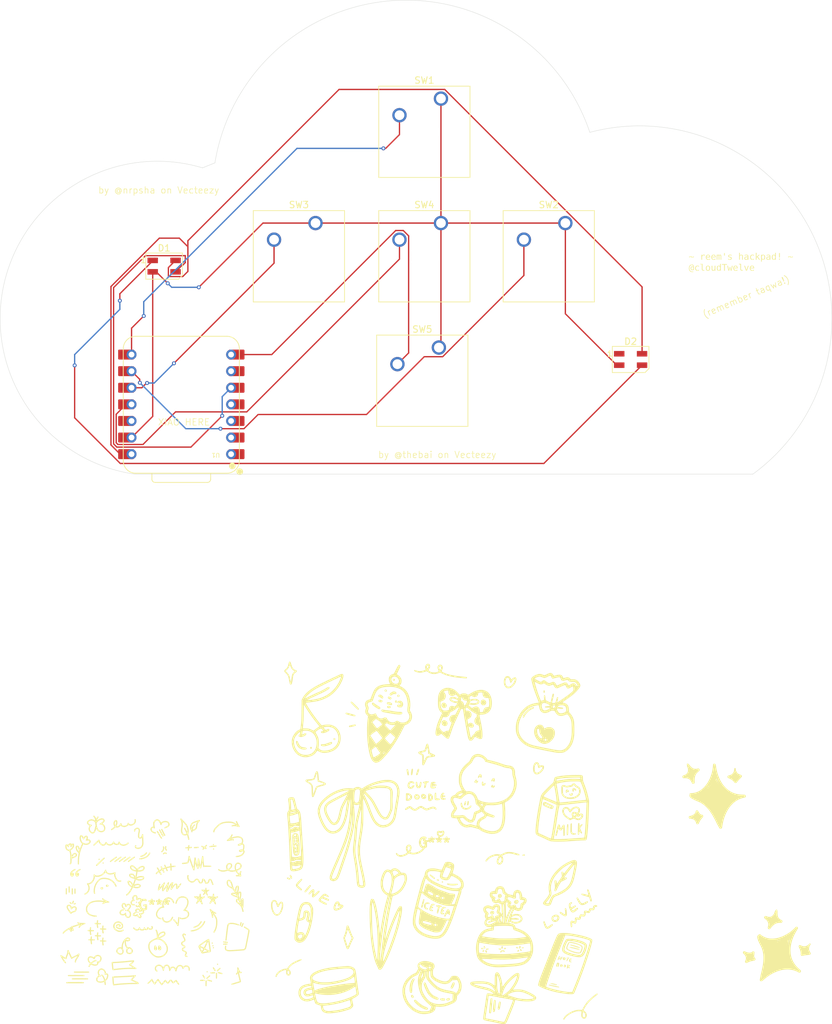
<source format=kicad_pcb>
(kicad_pcb (version 20241229) (generator "pcbnew") (generator_version "9.0")
  (layers (0 "F.Cu" signal) (2 "B.Cu" signal) (13 "F.Paste" user) (15 "B.Paste" user) (5 "F.SilkS" user "F.Silkscreen") (7 "B.SilkS" user "B.Silkscreen") (1 "F.Mask" user) (3 "B.Mask" user) (25 "Edge.Cuts" user))
  (net 0 "")
  (net 1 "GND")
  (net 2 "Net-(D1-DIN)")
  (net 3 "Net-(D1-DOUT)")
  (net 4 "+5V")
  (net 6 "Net-(U1-GPIO1{slash}RX)")
  (net 7 "Net-(U1-GPIO2{slash}SCK)")
  (net 8 "Net-(U1-GPIO4{slash}MISO)")
  (net 9 "Net-(U1-GPIO3{slash}MOSI)")
  (net 10 "Net-(U1-GPIO0{slash}TX)")
  (footprint "Button_Switch_Keyboard:SW_Cherry_MX_1.00u_PCB" (layer "F.Cu") (at 85.725 56.8325)
    (property "Reference" "SW3" (at -2.54 -2.794 0) (layer "F.SilkS"))
    (property "Value" "SW_Push")
    (pad "" np_thru_hole circle (at -7.62 5.08) (size 1.7 1.7) (drill 1.7) (layers "*.Cu" "*.Mask"))
    (pad "" np_thru_hole circle (at -2.54 5.08) (size 4 4) (drill 4) (layers "*.Cu" "*.Mask"))
    (pad "" np_thru_hole circle (at 2.54 5.08) (size 1.7 1.7) (drill 1.7) (layers "*.Cu" "*.Mask"))
    (pad "1" thru_hole circle (at 0 0) (size 2.2 2.2) (drill 1.5) (layers "*.Cu" "*.Mask") (net 1 "GND"))
    (pad "2" thru_hole circle (at -6.35 2.54) (size 2.2 2.2) (drill 1.5) (layers "*.Cu" "*.Mask") (net 8 "Net-(U1-GPIO4{slash}MISO)"))
  )
  (footprint "LOGO" (layer "F.Cu") (at 103.899302 151.681125)
    (property "Reference" "G***" (at 0 0 0) (layer "F.SilkS") (effects (font (size 1.5 1.5) (thickness 0.3))))
    (property "Value" "LOGO" (hide yes))
  )
  (footprint "Button_Switch_Keyboard:SW_Cherry_MX_1.00u_PCB" (layer "F.Cu") (at 104.93375 56.8325)
    (property "Reference" "SW4" (at -2.54 -2.794 0) (layer "F.SilkS"))
    (property "Value" "SW_Push")
    (pad "" np_thru_hole circle (at -7.62 5.08) (size 1.7 1.7) (drill 1.7) (layers "*.Cu" "*.Mask"))
    (pad "" np_thru_hole circle (at -2.54 5.08) (size 4 4) (drill 4) (layers "*.Cu" "*.Mask"))
    (pad "" np_thru_hole circle (at 2.54 5.08) (size 1.7 1.7) (drill 1.7) (layers "*.Cu" "*.Mask"))
    (pad "1" thru_hole circle (at 0 0) (size 2.2 2.2) (drill 1.5) (layers "*.Cu" "*.Mask") (net 1 "GND"))
    (pad "2" thru_hole circle (at -6.35 2.54) (size 2.2 2.2) (drill 1.5) (layers "*.Cu" "*.Mask") (net 9 "Net-(U1-GPIO3{slash}MOSI)"))
  )
  (footprint "LOGO" (layer "F.Cu") (at 61.036802 161.206125)
    (property "Reference" "G***" (at 0 0 0) (layer "F.SilkS") (effects (font (size 1.5 1.5) (thickness 0.3))))
    (property "Value" "LOGO" (hide yes))
  )
  (footprint "Seeed Studio XIAO Series Library:XIAO-RP2040-DIP" (layer "F.Cu") (at 65.175 84.575 180)
    (property "Reference" "U1" (at -5.275 -7.785 180) (layer "F.SilkS") (effects (font (size 0.635 0.635) (thickness 0.1016))))
    (property "Value" "XIAO-RP2040-DIP")
    (pad "1" smd roundrect (at -8.455 -7.62) (size 2.432 1.524) (layers "F.Cu" "F.Mask") (roundrect_rratio 0.1))
    (pad "1" thru_hole circle (at -7.62 -7.62) (size 1.524 1.524) (drill 0.889) (layers "*.Cu" "*.Mask"))
    (pad "2" smd roundrect (at -8.455 -5.08) (size 2.432 1.524) (layers "F.Cu" "F.Mask") (roundrect_rratio 0.1))
    (pad "2" thru_hole circle (at -7.62 -5.08) (size 1.524 1.524) (drill 0.889) (layers "*.Cu" "*.Mask"))
    (pad "3" smd roundrect (at -8.455 -2.54) (size 2.432 1.524) (layers "F.Cu" "F.Mask") (roundrect_rratio 0.1))
    (pad "3" thru_hole circle (at -7.62 -2.54) (size 1.524 1.524) (drill 0.889) (layers "*.Cu" "*.Mask"))
    (pad "4" smd roundrect (at -8.455 0) (size 2.432 1.524) (layers "F.Cu" "F.Mask") (roundrect_rratio 0.1))
    (pad "4" thru_hole circle (at -7.62 0) (size 1.524 1.524) (drill 0.889) (layers "*.Cu" "*.Mask"))
    (pad "5" smd roundrect (at -8.455 2.54) (size 2.432 1.524) (layers "F.Cu" "F.Mask") (roundrect_rratio 0.1) (net 2 "Net-(D1-DIN)"))
    (pad "5" thru_hole circle (at -7.62 2.54) (size 1.524 1.524) (drill 0.889) (layers "*.Cu" "*.Mask") (net 2 "Net-(D1-DIN)"))
    (pad "6" smd roundrect (at -8.455 5.08) (size 2.432 1.524) (layers "F.Cu" "F.Mask") (roundrect_rratio 0.1))
    (pad "6" thru_hole circle (at -7.62 5.08) (size 1.524 1.524) (drill 0.889) (layers "*.Cu" "*.Mask"))
    (pad "7" smd roundrect (at -8.455 7.62) (size 2.432 1.524) (layers "F.Cu" "F.Mask") (roundrect_rratio 0.1) (net 10 "Net-(U1-GPIO0{slash}TX)"))
    (pad "7" thru_hole circle (at -7.62 7.62) (size 1.524 1.524) (drill 0.889) (layers "*.Cu" "*.Mask") (net 10 "Net-(U1-GPIO0{slash}TX)"))
    (pad "8" thru_hole circle (at 7.62 7.62 180) (size 1.524 1.524) (drill 0.889) (layers "*.Cu" "*.Mask") (net 6 "Net-(U1-GPIO1{slash}RX)"))
    (pad "8" smd roundrect (at 8.455 7.62 180) (size 2.432 1.524) (layers "F.Cu" "F.Mask") (roundrect_rratio 0.1) (net 6 "Net-(U1-GPIO1{slash}RX)"))
    (pad "9" thru_hole circle (at 7.62 5.08 180) (size 1.524 1.524) (drill 0.889) (layers "*.Cu" "*.Mask") (net 7 "Net-(U1-GPIO2{slash}SCK)"))
    (pad "9" smd roundrect (at 8.455 5.08 180) (size 2.432 1.524) (layers "F.Cu" "F.Mask") (roundrect_rratio 0.1) (net 7 "Net-(U1-GPIO2{slash}SCK)"))
    (pad "10" thru_hole circle (at 7.62 2.54 180) (size 1.524 1.524) (drill 0.889) (layers "*.Cu" "*.Mask") (net 8 "Net-(U1-GPIO4{slash}MISO)"))
    (pad "10" smd roundrect (at 8.455 2.54 180) (size 2.432 1.524) (layers "F.Cu" "F.Mask") (roundrect_rratio 0.1) (net 8 "Net-(U1-GPIO4{slash}MISO)"))
    (pad "11" thru_hole circle (at 7.62 0 180) (size 1.524 1.524) (drill 0.889) (layers "*.Cu" "*.Mask") (net 9 "Net-(U1-GPIO3{slash}MOSI)"))
    (pad "11" smd roundrect (at 8.455 0 180) (size 2.432 1.524) (layers "F.Cu" "F.Mask") (roundrect_rratio 0.1) (net 9 "Net-(U1-GPIO3{slash}MOSI)"))
    (pad "12" thru_hole circle (at 7.62 -2.54 180) (size 1.524 1.524) (drill 0.889) (layers "*.Cu" "*.Mask"))
    (pad "12" smd roundrect (at 8.455 -2.54 180) (size 2.432 1.524) (layers "F.Cu" "F.Mask") (roundrect_rratio 0.1))
    (pad "13" thru_hole circle (at 7.62 -5.08 180) (size 1.524 1.524) (drill 0.889) (layers "*.Cu" "*.Mask") (net 1 "GND"))
    (pad "13" smd roundrect (at 8.455 -5.08 180) (size 2.432 1.524) (layers "F.Cu" "F.Mask") (roundrect_rratio 0.1) (net 1 "GND"))
    (pad "14" thru_hole circle (at 7.62 -7.62 180) (size 1.524 1.524) (drill 0.889) (layers "*.Cu" "*.Mask") (net 4 "+5V"))
    (pad "14" smd roundrect (at 8.455 -7.62 180) (size 2.432 1.524) (layers "F.Cu" "F.Mask") (roundrect_rratio 0.1) (net 4 "+5V"))
  )
  (footprint "LOGO" (layer "F.Cu") (at 146.761802 144.537375)
    (property "Reference" "!!" (at 0 0 23) (layer "F.SilkS") (effects (font (size 1.5 1.5) (thickness 0.3))))
    (property "Value" "LOGO" (hide yes))
  )
  (footprint "Button_Switch_Keyboard:SW_Cherry_MX_1.00u_PCB" (layer "F.Cu") (at 123.98375 56.8325)
    (property "Reference" "SW2" (at -2.54 -2.794 0) (layer "F.SilkS"))
    (property "Value" "SW_Push")
    (pad "" np_thru_hole circle (at -7.62 5.08) (size 1.7 1.7) (drill 1.7) (layers "*.Cu" "*.Mask"))
    (pad "" np_thru_hole circle (at -2.54 5.08) (size 4 4) (drill 4) (layers "*.Cu" "*.Mask"))
    (pad "" np_thru_hole circle (at 2.54 5.08) (size 1.7 1.7) (drill 1.7) (layers "*.Cu" "*.Mask"))
    (pad "1" thru_hole circle (at 0 0) (size 2.2 2.2) (drill 1.5) (layers "*.Cu" "*.Mask") (net 1 "GND"))
    (pad "2" thru_hole circle (at -6.35 2.54) (size 2.2 2.2) (drill 1.5) (layers "*.Cu" "*.Mask") (net 7 "Net-(U1-GPIO2{slash}SCK)"))
  )
  (footprint "LOGO" (layer "F.Cu") (at 156.286802 168.349875 -40)
    (property "Reference" "!!" (at 0 0 10) (layer "F.SilkS") (effects (font (thickness 0.25))))
    (property "Value" "LOGO" (hide yes))
  )
  (footprint "Button_Switch_Keyboard:SW_Cherry_MX_2.75u_PCB" (layer "F.Cu") (at 104.61625 75.8825)
    (property "Reference" "SW5" (at -2.54 -2.794 0) (layer "F.SilkS"))
    (property "Value" "SW_Push")
    (pad "" np_thru_hole circle (at -14.44 -1.92) (size 3.05 3.05) (drill 3.05) (layers "*.Cu" "*.Mask"))
    (pad "" np_thru_hole circle (at -14.44 13.32) (size 4 4) (drill 4) (layers "*.Cu" "*.Mask"))
    (pad "" np_thru_hole circle (at -7.62 5.08) (size 1.7 1.7) (drill 1.7) (layers "*.Cu" "*.Mask"))
    (pad "" np_thru_hole circle (at -2.54 5.08) (size 4 4) (drill 4) (layers "*.Cu" "*.Mask"))
    (pad "" np_thru_hole circle (at 2.54 5.08) (size 1.7 1.7) (drill 1.7) (layers "*.Cu" "*.Mask"))
    (pad "" np_thru_hole circle (at 9.36 -1.92) (size 3.05 3.05) (drill 3.05) (layers "*.Cu" "*.Mask"))
    (pad "" np_thru_hole circle (at 9.36 13.32) (size 4 4) (drill 4) (layers "*.Cu" "*.Mask"))
    (pad "1" thru_hole circle (at 0 0) (size 2.2 2.2) (drill 1.5) (layers "*.Cu" "*.Mask") (net 1 "GND"))
    (pad "2" thru_hole circle (at -6.35 2.54) (size 2.2 2.2) (drill 1.5) (layers "*.Cu" "*.Mask") (net 10 "Net-(U1-GPIO0{slash}TX)"))
  )
  (footprint "Button_Switch_Keyboard:SW_Cherry_MX_1.00u_PCB" (layer "F.Cu") (at 104.93375 37.7825)
    (property "Reference" "SW1" (at -2.54 -2.794 0) (layer "F.SilkS"))
    (property "Value" "SW_Push")
    (pad "" np_thru_hole circle (at -7.62 5.08) (size 1.7 1.7) (drill 1.7) (layers "*.Cu" "*.Mask"))
    (pad "" np_thru_hole circle (at -2.54 5.08) (size 4 4) (drill 4) (layers "*.Cu" "*.Mask"))
    (pad "" np_thru_hole circle (at 2.54 5.08) (size 1.7 1.7) (drill 1.7) (layers "*.Cu" "*.Mask"))
    (pad "1" thru_hole circle (at 0 0) (size 2.2 2.2) (drill 1.5) (layers "*.Cu" "*.Mask") (net 1 "GND"))
    (pad "2" thru_hole circle (at -6.35 2.54) (size 2.2 2.2) (drill 1.5) (layers "*.Cu" "*.Mask") (net 6 "Net-(U1-GPIO1{slash}RX)"))
  )
  (footprint "LED_SMD:LED_SK6812MINI_PLCC4_3.5x3.5mm_P1.75mm" (layer "F.Cu") (at 133.98125 77.70625)
    (property "Reference" "D2" (at 0 -2.75 0) (layer "F.SilkS"))
    (property "Value" "SK6812MINI")
    (fp_text user "1" (at -3.2 -0.875 0) (layer "F.SilkS") (effects (font (size 0.8 0.8))))
    (pad "1" smd rect (at -1.75 -0.875) (size 1.6 0.85) (layers "F.Cu" "F.Mask" "F.Paste"))
    (pad "2" smd rect (at -1.75 0.875) (size 1.6 0.85) (layers "F.Cu" "F.Mask" "F.Paste") (net 1 "GND"))
    (pad "3" smd rect (at 1.75 0.875) (size 1.6 0.85) (layers "F.Cu" "F.Mask" "F.Paste") (net 3 "Net-(D1-DOUT)"))
    (pad "4" smd rect (at 1.75 -0.875) (size 1.6 0.85) (layers "F.Cu" "F.Mask" "F.Paste") (net 4 "+5V"))
  )
  (footprint "LED_SMD:LED_SK6812MINI_PLCC4_3.5x3.5mm_P1.75mm" (layer "F.Cu") (at 62.54375 63.41875)
    (property "Reference" "D1" (at 0 -2.75 0) (layer "F.SilkS"))
    (property "Value" "SK6812MINI")
    (fp_text user "1" (at -3.2 -0.875 0) (layer "F.SilkS") (effects (font (size 0.8 0.8))))
    (pad "1" smd rect (at -1.75 -0.875) (size 1.6 0.85) (layers "F.Cu" "F.Mask" "F.Paste") (net 3 "Net-(D1-DOUT)"))
    (pad "2" smd rect (at -1.75 0.875) (size 1.6 0.85) (layers "F.Cu" "F.Mask" "F.Paste") (net 1 "GND"))
    (pad "3" smd rect (at 1.75 0.875) (size 1.6 0.85) (layers "F.Cu" "F.Mask" "F.Paste") (net 2 "Net-(D1-DIN)"))
    (pad "4" smd rect (at 1.75 -0.875) (size 1.6 0.85) (layers "F.Cu" "F.Mask" "F.Paste") (net 4 "+5V"))
  )
  (gr_line (start 70.320887 47.616031) (end 68.419027 48.383806) (stroke (width 0.05)) (layer "Edge.Cuts"))
  (gr_line (start 58.000013 95.25) (end 152.701089 95.250001) (stroke (width 0.05)) (layer "Edge.Cuts"))
  (gr_arc (start 127.730578 42.951455) (mid 161.925 58.735449) (end 152.701089 95.25) (stroke (width 0.05)) (layer "Edge.Cuts"))
  (gr_arc (start 58 95.249999) (mid 38.007758 66.21419) (end 68.419027 48.383805) (stroke (width 0.05)) (layer "Edge.Cuts"))
  (gr_arc (start 70.320887 47.616031) (mid 97.200271 22.816713) (end 127.730577 42.951455) (stroke (width 0.05)) (layer "Edge.Cuts"))
  (gr_text "by @thebai on Vecteezy" (at 95.25 92.86875 0) (layer "F.SilkS") (effects (font (size 1 1) (thickness 0.1)) (justify left bottom)))
  (gr_text "~ reem's hackpad! ~\n@cloudTwelve" (at 142.875 64.29375 0) (layer "F.SilkS") (effects (font (size 1 1) (thickness 0.1)) (justify left bottom)))
  (gr_text "XIAO HERE" (at 61.54 87.88 0) (layer "F.SilkS") (effects (font (size 1 1) (thickness 0.1)) (justify left bottom)))
  (gr_text "by @nrpsha on Vecteezy" (at 52.3875 52.3875 0) (layer "F.SilkS") (effects (font (size 1 1) (thickness 0.1)) (justify left bottom)))
  (gr_text "(remember taqwa!)" (at 145.25625 71.4375 23) (layer "F.SilkS") (effects (font (size 1 1) (thickness 0.1)) (justify left bottom)))
  (segment (start 85.725 56.8325) (end 104.93375 56.8325) (width 0.2) (layer "F.Cu") (net 1))
  (segment (start 85.725 56.8325) (end 77.6775 56.8325) (width 0.2) (layer "F.Cu") (net 1))
  (segment (start 77.6775 56.8325) (end 67.85 66.66) (width 0.2) (layer "F.Cu") (net 1))
  (segment (start 60.79375 86.41625) (end 57.555 89.655) (width 0.2) (layer "F.Cu") (net 1))
  (segment (start 104.93375 75.565) (end 104.61625 75.8825) (width 0.2) (layer "F.Cu") (net 1))
  (segment (start 61.33375 64.29375) (end 60.79375 64.29375) (width 0.2) (layer "F.Cu") (net 1))
  (segment (start 123.98375 56.8325) (end 104.93375 56.8325) (width 0.2) (layer "F.Cu") (net 1))
  (segment (start 63.09 66.05) (end 61.33375 64.29375) (width 0.2) (layer "F.Cu") (net 1))
  (segment (start 123.98375 70.70875) (end 123.98375 56.8325) (width 0.2) (layer "F.Cu") (net 1))
  (segment (start 131.85625 78.58125) (end 123.98375 70.70875) (width 0.2) (layer "F.Cu") (net 1))
  (segment (start 60.79375 64.29375) (end 60.79375 86.41625) (width 0.2) (layer "F.Cu") (net 1))
  (segment (start 104.93375 56.8325) (end 104.93375 75.565) (width 0.2) (layer "F.Cu") (net 1))
  (segment (start 104.93375 56.8325) (end 104.93375 37.7825) (width 0.2) (layer "F.Cu") (net 1))
  (segment (start 132.23125 78.58125) (end 131.85625 78.58125) (width 0.2) (layer "F.Cu") (net 1))
  (via (at 67.85 66.66) (size 0.6) (drill 0.3) (layers "F.Cu" "B.Cu") (net 1))
  (via (at 63.09 66.05) (size 0.6) (drill 0.3) (layers "F.Cu" "B.Cu") (net 1))
  (segment (start 63.7 66.66) (end 63.09 66.05) (width 0.2) (layer "B.Cu") (net 1))
  (segment (start 67.85 66.66) (end 63.7 66.66) (width 0.2) (layer "B.Cu") (net 1))
  (segment (start 59.69375 61.81875) (end 54.804 66.7085) (width 0.2) (layer "F.Cu") (net 2))
  (segment (start 65.39375 63.26875) (end 65.78125 62.88125) (width 0.2) (layer "F.Cu") (net 2))
  (segment (start 65.78125 61.81875) (end 59.69375 61.81875) (width 0.2) (layer "F.Cu") (net 2))
  (segment (start 65.78125 62.88125) (end 65.78125 61.81875) (width 0.2) (layer "F.Cu") (net 2))
  (segment (start 66.6455 91.117) (end 71.4375 86.325) (width 0.2) (layer "F.Cu") (net 2))
  (segment (start 54.804 90.6219) (end 55.2991 91.117) (width 0.2) (layer "F.Cu") (net 2))
  (segment (start 55.2991 91.117) (end 66.6455 91.117) (width 0.2) (layer "F.Cu") (net 2))
  (segment (start 64.29375 64.29375) (end 65.31875 63.26875) (width 0.2) (layer "F.Cu") (net 2))
  (segment (start 54.804 66.7085) (end 54.804 90.6219) (width 0.2) (layer "F.Cu") (net 2))
  (segment (start 65.31875 63.26875) (end 65.39375 63.26875) (width 0.2) (layer "F.Cu") (net 2))
  (via (at 71.4375 86.325) (size 0.6) (drill 0.3) (layers "F.Cu" "B.Cu") (net 2))
  (segment (start 71.4375 86.325) (end 71.4375 83.3925) (width 0.2) (layer "B.Cu") (net 2))
  (segment (start 71.4375 83.3925) (end 72.795 82.035) (width 0.2) (layer "B.Cu") (net 2))
  (segment (start 120.6925 93.62) (end 55.826374 93.62) (width 0.2) (layer "F.Cu") (net 3))
  (segment (start 48.84 86.633626) (end 48.84 78.61) (width 0.2) (layer "F.Cu") (net 3))
  (segment (start 60.79375 62.61875) (end 56.29625 67.11625) (width 0.2) (layer "F.Cu") (net 3))
  (segment (start 60.79375 62.54375) (end 61.11875 62.21875) (width 0.2) (layer "F.Cu") (net 3))
  (segment (start 55.826374 93.62) (end 48.84 86.633626) (width 0.2) (layer "F.Cu") (net 3))
  (segment (start 60.79375 62.54375) (end 60.79375 62.61875) (width 0.2) (layer "F.Cu") (net 3))
  (segment (start 135.73125 78.58125) (end 120.6925 93.62) (width 0.2) (layer "F.Cu") (net 3))
  (segment (start 55.76 67.6525) (end 56.29625 67.11625) (width 0.2) (layer "F.Cu") (net 3))
  (segment (start 55.76 68.71) (end 55.76 67.6525) (width 0.2) (layer "F.Cu") (net 3))
  (via (at 48.84 78.61) (size 0.6) (drill 0.3) (layers "F.Cu" "B.Cu") (net 3))
  (via (at 55.76 68.71) (size 0.6) (drill 0.3) (layers "F.Cu" "B.Cu") (net 3))
  (segment (start 55.76 70.04) (end 55.76 68.71) (width 0.2) (layer "B.Cu") (net 3))
  (segment (start 48.84 78.61) (end 48.84 76.96) (width 0.2) (layer "B.Cu") (net 3))
  (segment (start 48.84 76.96) (end 55.76 70.04) (width 0.2) (layer "B.Cu") (net 3))
  (segment (start 54.403 90.788) (end 54.403 66.5424) (width 0.2) (layer "F.Cu") (net 4))
  (segment (start 63.19375 65.01875) (end 63.19375 63.64375) (width 0.2) (layer "F.Cu") (net 4))
  (segment (start 55.81 92.195) (end 54.403 90.788) (width 0.2) (layer "F.Cu") (net 4))
  (segment (start 54.403 66.5424) (end 61.8054 59.14) (width 0.2) (layer "F.Cu") (net 4))
  (segment (start 66.18125 59.53125) (end 66.18125 60.45) (width 0.2) (layer "F.Cu") (net 4))
  (segment (start 61.8054 59.14) (end 64.87125 59.14) (width 0.2) (layer "F.Cu") (net 4))
  (segment (start 65.39375 65.01875) (end 63.19375 65.01875) (width 0.2) (layer "F.Cu") (net 4))
  (segment (start 105.513649 36.3825) (end 89.33 36.3825) (width 0.2) (layer "F.Cu") (net 4))
  (segment (start 66.18125 64.23125) (end 65.39375 65.01875) (width 0.2) (layer "F.Cu") (net 4))
  (segment (start 89.33 36.3825) (end 66.18125 59.53125) (width 0.2) (layer "F.Cu") (net 4))
  (segment (start 57.555 92.195) (end 55.81 92.195) (width 0.2) (layer "F.Cu") (net 4))
  (segment (start 66.18125 60.45) (end 66.18125 64.23125) (width 0.2) (layer "F.Cu") (net 4))
  (segment (start 135.73125 66.600101) (end 105.513649 36.3825) (width 0.2) (layer "F.Cu") (net 4))
  (segment (start 135.73125 76.83125) (end 135.73125 66.600101) (width 0.2) (layer "F.Cu") (net 4))
  (segment (start 64.87125 59.14) (end 66.18125 60.45) (width 0.2) (layer "F.Cu") (net 4))
  (segment (start 63.19375 63.64375) (end 64.29375 62.54375) (width 0.2) (layer "F.Cu") (net 4))
  (segment (start 57.555 76.955) (end 57.555 72.915) (width 0.2) (layer "F.Cu") (net 6))
  (segment (start 98.58375 43.29097) (end 98.58375 40.3225) (width 0.2) (layer "F.Cu") (net 6))
  (segment (start 57.555 72.915) (end 59.42 71.05) (width 0.2) (layer "F.Cu") (net 6))
  (segment (start 96.47472 45.4) (end 98.58375 43.29097) (width 0.2) (layer "F.Cu") (net 6))
  (segment (start 96.12 45.4) (end 96.47472 45.4) (width 0.2) (layer "F.Cu") (net 6))
  (via (at 59.42 71.05) (size 0.6) (drill 0.3) (layers "F.Cu" "B.Cu") (net 6))
  (via (at 96.12 45.4) (size 0.6) (drill 0.3) (layers "F.Cu" "B.Cu") (net 6))
  (segment (start 59.42 71.05) (end 59.42 68.870057) (width 0.2) (layer "B.Cu") (net 6))
  (segment (start 59.42 68.870057) (end 82.890057 45.4) (width 0.2) (layer "B.Cu") (net 6))
  (segment (start 82.890057 45.4) (end 96.12 45.4) (width 0.2) (layer "B.Cu") (net 6))
  (segment (start 58.8 81.24) (end 58.8 80.74) (width 0.2) (layer "F.Cu") (net 7))
  (segment (start 102.37372 77.2835) (end 93.53122 86.126) (width 0.2) (layer "F.Cu") (net 7))
  (segment (start 105.196564 77.2835) (end 102.37372 77.2835) (width 0.2) (layer "F.Cu") (net 7))
  (segment (start 58.8 80.74) (end 57.555 79.495) (width 0.2) (layer "F.Cu") (net 7))
  (segment (start 93.53122 86.126) (end 76.937626 86.126) (width 0.2) (layer "F.Cu") (net 7))
  (segment (start 76.937626 86.126) (end 74.763626 88.3) (width 0.2) (layer "F.Cu") (net 7))
  (segment (start 117.63375 59.3725) (end 117.63375 64.846314) (width 0.2) (layer "F.Cu") (net 7))
  (segment (start 74.763626 88.3) (end 71.17 88.3) (width 0.2) (layer "F.Cu") (net 7))
  (segment (start 117.63375 64.846314) (end 105.196564 77.2835) (width 0.2) (layer "F.Cu") (net 7))
  (segment (start 58.83 81.27) (end 58.8 81.24) (width 0.2) (layer "F.Cu") (net 7))
  (via (at 58.83 81.27) (size 0.6) (drill 0.3) (layers "F.Cu" "B.Cu") (net 7))
  (via (at 71.17 88.3) (size 0.6) (drill 0.3) (layers "F.Cu" "B.Cu") (net 7))
  (segment (start 71.17 88.3) (end 65.86 88.3) (width 0.2) (layer "B.Cu") (net 7))
  (segment (start 65.86 88.3) (end 58.83 81.27) (width 0.2) (layer "B.Cu") (net 7))
  (segment (start 59.93 81.31) (end 59.85 81.31) (width 0.2) (layer "F.Cu") (net 8))
  (segment (start 79.375 62.965) (end 64.05 78.29) (width 0.2) (layer "F.Cu") (net 8))
  (segment (start 59.85 81.31) (end 59.125 82.035) (width 0.2) (layer "F.Cu") (net 8))
  (segment (start 59.125 82.035) (end 57.555 82.035) (width 0.2) (layer "F.Cu") (net 8))
  (segment (start 79.375 59.3725) (end 79.375 62.965) (width 0.2) (layer "F.Cu") (net 8))
  (via (at 59.93 81.31) (size 0.6) (drill 0.3) (layers "F.Cu" "B.Cu") (net 8))
  (via (at 64.05 78.29) (size 0.6) (drill 0.3) (layers "F.Cu" "B.Cu") (net 8))
  (segment (start 78.94653 59.3725) (end 79.375 59.3725) (width 0.2) (layer "B.Cu") (net 8))
  (segment (start 61.03 81.31) (end 59.93 81.31) (width 0.2) (layer "B.Cu") (net 8))
  (segment (start 64.05 78.29) (end 61.03 81.31) (width 0.2) (layer "B.Cu") (net 8))
  (segment (start 55.464786 90.717) (end 55.204 90.456214) (width 0.2) (layer "F.Cu") (net 9))
  (segment (start 64.29375 85.725) (end 59.30175 90.717) (width 0.2) (layer "F.Cu") (net 9))
  (segment (start 59.30175 90.717) (end 55.464786 90.717) (width 0.2) (layer "F.Cu") (net 9))
  (segment (start 55.204 90.456214) (end 55.204 86.091) (width 0.2) (layer "F.Cu") (net 9))
  (segment (start 75.198306 85.725) (end 64.29375 85.725) (width 0.2) (layer "F.Cu") (net 9))
  (segment (start 98.58375 62.339556) (end 75.198306 85.725) (width 0.2) (layer "F.Cu") (net 9))
  (segment (start 55.204 86.091) (end 56.72 84.575) (width 0.2) (layer "F.Cu") (net 9))
  (segment (start 98.58375 59.3725) (end 98.58375 62.339556) (width 0.2) (layer "F.Cu") (net 9))
  (segment (start 57.555 84.575) (end 57.555 84.219098) (width 0.2) (layer "B.Cu") (net 9))
  (segment (start 73.63 76.955) (end 79.021351 76.955) (width 0.2) (layer "F.Cu") (net 10))
  (segment (start 99.98375 58.792601) (end 99.98375 76.705) (width 0.2) (layer "F.Cu") (net 10))
  (segment (start 79.021351 76.955) (end 98.003851 57.9725) (width 0.2) (layer "F.Cu") (net 10))
  (segment (start 99.163649 57.9725) (end 99.98375 58.792601) (width 0.2) (layer "F.Cu") (net 10))
  (segment (start 98.003851 57.9725) (end 99.163649 57.9725) (width 0.2) (layer "F.Cu") (net 10))
  (segment (start 99.98375 76.705) (end 98.26625 78.4225) (width 0.2) (layer "F.Cu") (net 10))
)
</source>
